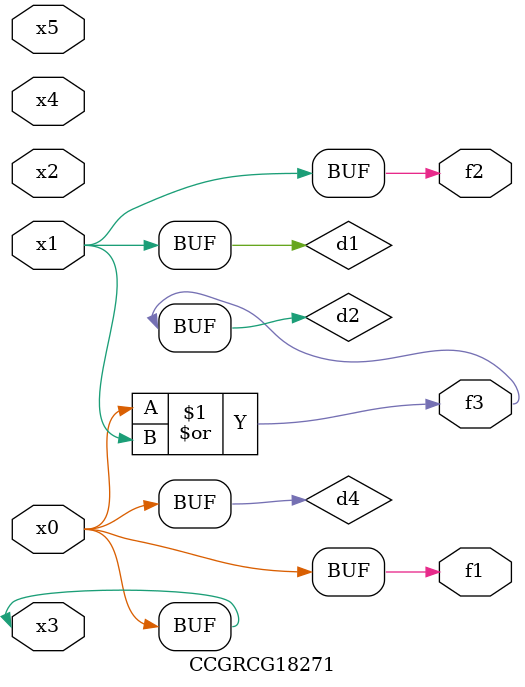
<source format=v>
module CCGRCG18271(
	input x0, x1, x2, x3, x4, x5,
	output f1, f2, f3
);

	wire d1, d2, d3, d4;

	and (d1, x1);
	or (d2, x0, x1);
	nand (d3, x0, x5);
	buf (d4, x0, x3);
	assign f1 = d4;
	assign f2 = d1;
	assign f3 = d2;
endmodule

</source>
